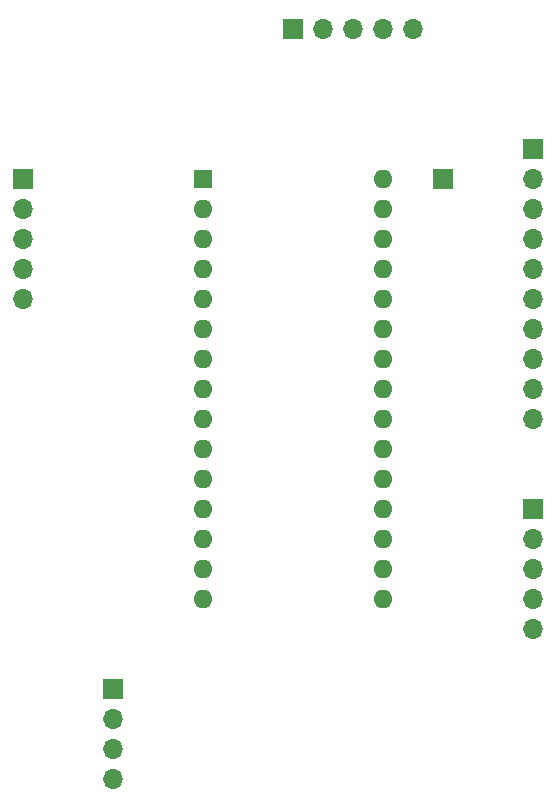
<source format=gbr>
%TF.GenerationSoftware,KiCad,Pcbnew,8.0.6*%
%TF.CreationDate,2024-10-26T13:12:16+05:00*%
%TF.ProjectId,drone_pcb,64726f6e-655f-4706-9362-2e6b69636164,rev?*%
%TF.SameCoordinates,Original*%
%TF.FileFunction,Soldermask,Top*%
%TF.FilePolarity,Negative*%
%FSLAX46Y46*%
G04 Gerber Fmt 4.6, Leading zero omitted, Abs format (unit mm)*
G04 Created by KiCad (PCBNEW 8.0.6) date 2024-10-26 13:12:16*
%MOMM*%
%LPD*%
G01*
G04 APERTURE LIST*
%ADD10R,1.700000X1.700000*%
%ADD11O,1.700000X1.700000*%
%ADD12R,1.600000X1.600000*%
%ADD13O,1.600000X1.600000*%
G04 APERTURE END LIST*
D10*
%TO.C,REF\u002A\u002A*%
X162560000Y-73660000D03*
%TD*%
%TO.C,REF\u002A\u002A*%
X170180000Y-101600000D03*
D11*
X170180000Y-104140000D03*
X170180000Y-106680000D03*
X170180000Y-109220000D03*
X170180000Y-111760000D03*
%TD*%
D10*
%TO.C,REF\u002A\u002A*%
X134620000Y-116840000D03*
D11*
X134620000Y-119380000D03*
X134620000Y-121920000D03*
X134620000Y-124460000D03*
%TD*%
D10*
%TO.C,REF\u002A\u002A*%
X149860000Y-60960000D03*
D11*
X152400000Y-60960000D03*
X154940000Y-60960000D03*
X157480000Y-60960000D03*
X160020000Y-60960000D03*
%TD*%
D10*
%TO.C,REF\u002A\u002A*%
X127000000Y-73660000D03*
D11*
X127000000Y-76200000D03*
X127000000Y-78740000D03*
X127000000Y-81280000D03*
X127000000Y-83820000D03*
%TD*%
D12*
%TO.C,REF\u002A\u002A*%
X142240000Y-73660000D03*
D13*
X142240000Y-76200000D03*
X142240000Y-78740000D03*
X142240000Y-81280000D03*
X142240000Y-83820000D03*
X142240000Y-86360000D03*
X142240000Y-88900000D03*
X142240000Y-91440000D03*
X142240000Y-93980000D03*
X142240000Y-96520000D03*
X142240000Y-99060000D03*
X142240000Y-101600000D03*
X142240000Y-104140000D03*
X142240000Y-106680000D03*
X142240000Y-109220000D03*
X157480000Y-109220000D03*
X157480000Y-106680000D03*
X157480000Y-104140000D03*
X157480000Y-101600000D03*
X157480000Y-99060000D03*
X157480000Y-96520000D03*
X157480000Y-93980000D03*
X157480000Y-91440000D03*
X157480000Y-88900000D03*
X157480000Y-86360000D03*
X157480000Y-83820000D03*
X157480000Y-81280000D03*
X157480000Y-78740000D03*
X157480000Y-76200000D03*
X157480000Y-73660000D03*
%TD*%
D10*
%TO.C,REF\u002A\u002A*%
X170180000Y-71120000D03*
D11*
X170180000Y-73660000D03*
X170180000Y-76200000D03*
X170180000Y-78740000D03*
X170180000Y-81280000D03*
X170180000Y-83820000D03*
X170180000Y-86360000D03*
X170180000Y-88900000D03*
X170180000Y-91440000D03*
X170180000Y-93980000D03*
%TD*%
M02*

</source>
